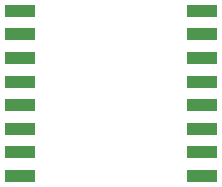
<source format=gbr>
G04 #@! TF.GenerationSoftware,KiCad,Pcbnew,(5.0.1)-4*
G04 #@! TF.CreationDate,2019-08-10T21:26:31+02:00*
G04 #@! TF.ProjectId,7segment_mini_module,377365676D656E745F6D696E695F6D6F,rev?*
G04 #@! TF.SameCoordinates,Original*
G04 #@! TF.FileFunction,Paste,Bot*
G04 #@! TF.FilePolarity,Positive*
%FSLAX46Y46*%
G04 Gerber Fmt 4.6, Leading zero omitted, Abs format (unit mm)*
G04 Created by KiCad (PCBNEW (5.0.1)-4) date 10-08-2019 21:26:31*
%MOMM*%
%LPD*%
G01*
G04 APERTURE LIST*
%ADD10R,2.500000X1.100000*%
G04 APERTURE END LIST*
D10*
G04 #@! TO.C,U1*
X83700000Y-78500000D03*
X83700000Y-80500000D03*
X83700000Y-82500000D03*
X83700000Y-84500000D03*
X83700000Y-86500000D03*
X83700000Y-88500000D03*
X83700000Y-90500000D03*
X83700000Y-92500000D03*
X99100000Y-92500000D03*
X99100000Y-90500000D03*
X99100000Y-88500000D03*
X99100000Y-86500000D03*
X99100000Y-84500000D03*
X99100000Y-82500000D03*
X99100000Y-80500000D03*
X99100000Y-78500000D03*
G04 #@! TD*
M02*

</source>
